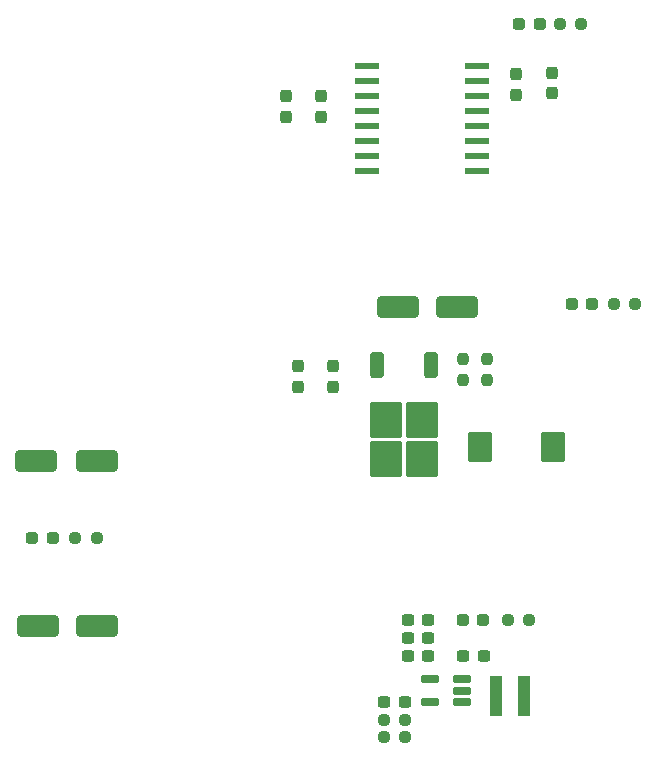
<source format=gbr>
%TF.GenerationSoftware,KiCad,Pcbnew,8.0.6*%
%TF.CreationDate,2024-11-03T20:55:09+02:00*%
%TF.ProjectId,G11_EMB_PCB1,4731315f-454d-4425-9f50-4342312e6b69,rev?*%
%TF.SameCoordinates,PX5f7e1b2PY7735940*%
%TF.FileFunction,Paste,Top*%
%TF.FilePolarity,Positive*%
%FSLAX46Y46*%
G04 Gerber Fmt 4.6, Leading zero omitted, Abs format (unit mm)*
G04 Created by KiCad (PCBNEW 8.0.6) date 2024-11-03 20:55:09*
%MOMM*%
%LPD*%
G01*
G04 APERTURE LIST*
G04 Aperture macros list*
%AMRoundRect*
0 Rectangle with rounded corners*
0 $1 Rounding radius*
0 $2 $3 $4 $5 $6 $7 $8 $9 X,Y pos of 4 corners*
0 Add a 4 corners polygon primitive as box body*
4,1,4,$2,$3,$4,$5,$6,$7,$8,$9,$2,$3,0*
0 Add four circle primitives for the rounded corners*
1,1,$1+$1,$2,$3*
1,1,$1+$1,$4,$5*
1,1,$1+$1,$6,$7*
1,1,$1+$1,$8,$9*
0 Add four rect primitives between the rounded corners*
20,1,$1+$1,$2,$3,$4,$5,0*
20,1,$1+$1,$4,$5,$6,$7,0*
20,1,$1+$1,$6,$7,$8,$9,0*
20,1,$1+$1,$8,$9,$2,$3,0*%
G04 Aperture macros list end*
%ADD10RoundRect,0.237500X-0.287500X-0.237500X0.287500X-0.237500X0.287500X0.237500X-0.287500X0.237500X0*%
%ADD11RoundRect,0.237500X0.237500X-0.300000X0.237500X0.300000X-0.237500X0.300000X-0.237500X-0.300000X0*%
%ADD12RoundRect,0.237500X0.250000X0.237500X-0.250000X0.237500X-0.250000X-0.237500X0.250000X-0.237500X0*%
%ADD13RoundRect,0.162500X0.617500X0.162500X-0.617500X0.162500X-0.617500X-0.162500X0.617500X-0.162500X0*%
%ADD14RoundRect,0.237500X-0.250000X-0.237500X0.250000X-0.237500X0.250000X0.237500X-0.250000X0.237500X0*%
%ADD15RoundRect,0.250000X-0.350000X0.850000X-0.350000X-0.850000X0.350000X-0.850000X0.350000X0.850000X0*%
%ADD16RoundRect,0.250000X-1.125000X1.275000X-1.125000X-1.275000X1.125000X-1.275000X1.125000X1.275000X0*%
%ADD17RoundRect,0.250000X-0.787500X-1.025000X0.787500X-1.025000X0.787500X1.025000X-0.787500X1.025000X0*%
%ADD18RoundRect,0.237500X-0.237500X0.300000X-0.237500X-0.300000X0.237500X-0.300000X0.237500X0.300000X0*%
%ADD19R,0.980000X3.400000*%
%ADD20RoundRect,0.237500X-0.300000X-0.237500X0.300000X-0.237500X0.300000X0.237500X-0.300000X0.237500X0*%
%ADD21RoundRect,0.250000X1.500000X0.650000X-1.500000X0.650000X-1.500000X-0.650000X1.500000X-0.650000X0*%
%ADD22R,2.100000X0.600000*%
%ADD23RoundRect,0.237500X-0.237500X0.250000X-0.237500X-0.250000X0.237500X-0.250000X0.237500X0.250000X0*%
%ADD24RoundRect,0.237500X0.300000X0.237500X-0.300000X0.237500X-0.300000X-0.237500X0.300000X-0.237500X0*%
%ADD25RoundRect,0.250000X-1.500000X-0.650000X1.500000X-0.650000X1.500000X0.650000X-1.500000X0.650000X0*%
%ADD26RoundRect,0.237500X0.237500X-0.250000X0.237500X0.250000X-0.237500X0.250000X-0.237500X-0.250000X0*%
G04 APERTURE END LIST*
D10*
%TO.C,D3*%
X60687500Y41250000D03*
X62437500Y41250000D03*
%TD*%
%TO.C,D7*%
X56250000Y65000000D03*
X58000000Y65000000D03*
%TD*%
D11*
%TO.C,C11*%
X56000000Y59000000D03*
X56000000Y60725000D03*
%TD*%
D12*
%TO.C,R7*%
X46612500Y4600000D03*
X44787500Y4600000D03*
%TD*%
D13*
%TO.C,U2*%
X51400000Y7600000D03*
X51400000Y8550000D03*
X51400000Y9500000D03*
X48700000Y9500000D03*
X48700000Y7600000D03*
%TD*%
D12*
%TO.C,R4*%
X20500000Y21500000D03*
X18675000Y21500000D03*
%TD*%
D14*
%TO.C,R6*%
X44787500Y6100000D03*
X46612500Y6100000D03*
%TD*%
D15*
%TO.C,U1*%
X48777500Y36125000D03*
D16*
X48022500Y31500000D03*
X44972500Y31500000D03*
X48022500Y28150000D03*
X44972500Y28150000D03*
D15*
X44217500Y36125000D03*
%TD*%
D17*
%TO.C,C3*%
X52887500Y29150000D03*
X59112500Y29150000D03*
%TD*%
D11*
%TO.C,C12*%
X59000000Y59137500D03*
X59000000Y60862500D03*
%TD*%
D18*
%TO.C,C2*%
X40500000Y36000000D03*
X40500000Y34275000D03*
%TD*%
D12*
%TO.C,R8*%
X61500000Y65000000D03*
X59675000Y65000000D03*
%TD*%
D19*
%TO.C,L1*%
X54315000Y8100000D03*
X56685000Y8100000D03*
%TD*%
D20*
%TO.C,C4*%
X46837500Y11500000D03*
X48562500Y11500000D03*
%TD*%
D10*
%TO.C,D6*%
X51450000Y14500000D03*
X53200000Y14500000D03*
%TD*%
D20*
%TO.C,C5*%
X46837500Y13000000D03*
X48562500Y13000000D03*
%TD*%
D21*
%TO.C,D2*%
X20500000Y28000000D03*
X15360000Y28000000D03*
%TD*%
D12*
%TO.C,R5*%
X57112500Y14500000D03*
X55287500Y14500000D03*
%TD*%
%TO.C,R2*%
X66075000Y41250000D03*
X64250000Y41250000D03*
%TD*%
D18*
%TO.C,C1*%
X37500000Y36000000D03*
X37500000Y34275000D03*
%TD*%
%TO.C,C9*%
X36500000Y58862500D03*
X36500000Y57137500D03*
%TD*%
D22*
%TO.C,U3*%
X43350000Y61445000D03*
X43350000Y60175000D03*
X43350000Y58905000D03*
X43350000Y57635000D03*
X43350000Y56365000D03*
X43350000Y55095000D03*
X43350000Y53825000D03*
X43350000Y52555000D03*
X52650000Y52555000D03*
X52650000Y53825000D03*
X52650000Y55095000D03*
X52650000Y56365000D03*
X52650000Y57635000D03*
X52650000Y58905000D03*
X52650000Y60175000D03*
X52650000Y61445000D03*
%TD*%
D20*
%TO.C,C7*%
X44837500Y7600000D03*
X46562500Y7600000D03*
%TD*%
D23*
%TO.C,R3*%
X51500000Y36650000D03*
X51500000Y34825000D03*
%TD*%
D24*
%TO.C,C8*%
X53225000Y11500000D03*
X51500000Y11500000D03*
%TD*%
D25*
%TO.C,D1*%
X46000000Y41000000D03*
X51000000Y41000000D03*
%TD*%
D21*
%TO.C,D5*%
X20500000Y14000000D03*
X15500000Y14000000D03*
%TD*%
D18*
%TO.C,C10*%
X39500000Y58862500D03*
X39500000Y57137500D03*
%TD*%
D20*
%TO.C,C6*%
X46837500Y14500000D03*
X48562500Y14500000D03*
%TD*%
D10*
%TO.C,D4*%
X15025000Y21500000D03*
X16775000Y21500000D03*
%TD*%
D26*
%TO.C,R1*%
X53500000Y34825000D03*
X53500000Y36650000D03*
%TD*%
M02*

</source>
